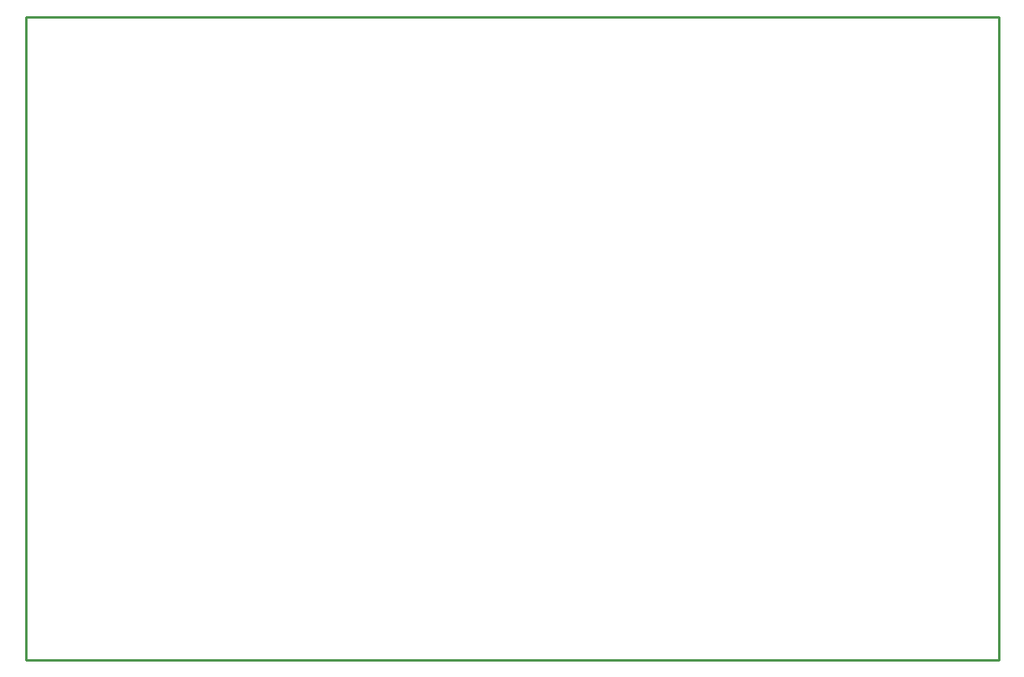
<source format=gko>
G04*
G04 #@! TF.GenerationSoftware,Altium Limited,Altium Designer,20.1.11 (218)*
G04*
G04 Layer_Color=16711935*
%FSLAX25Y25*%
%MOIN*%
G70*
G04*
G04 #@! TF.SameCoordinates,79C4E474-355B-46CA-A0E8-57BC19F8BC65*
G04*
G04*
G04 #@! TF.FilePolarity,Positive*
G04*
G01*
G75*
%ADD22C,0.01000*%
D22*
X177820Y410214D02*
X577973Y410214D01*
X177820Y410214D02*
X177820Y145794D01*
X577973D02*
Y410214D01*
X177820Y145794D02*
X577973D01*
M02*

</source>
